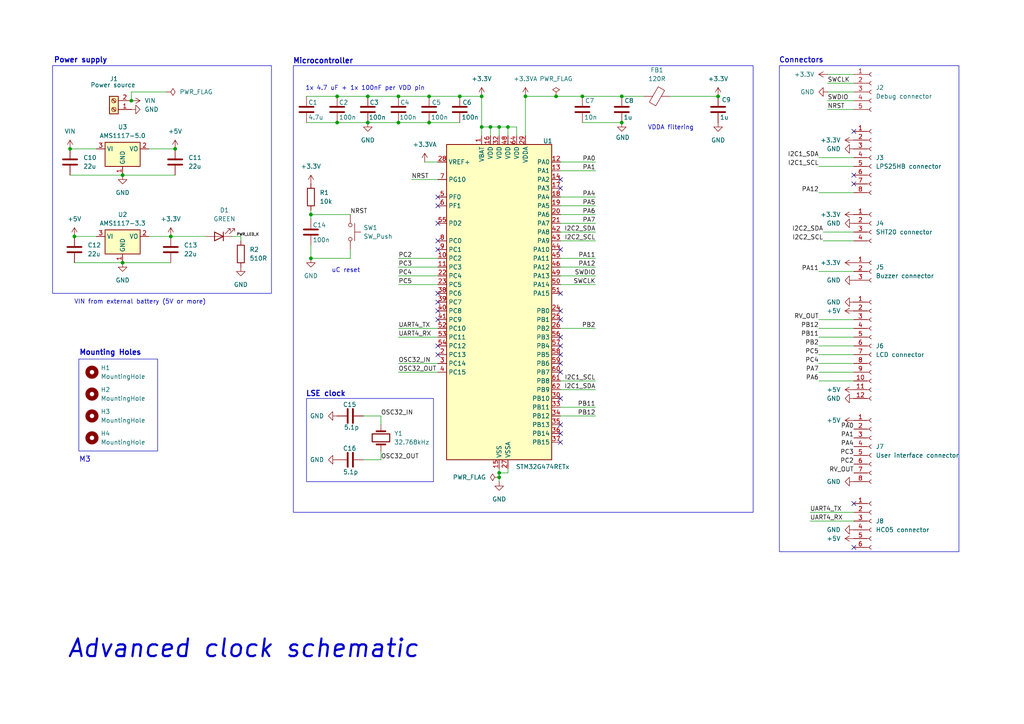
<source format=kicad_sch>
(kicad_sch (version 20231120) (generator "eeschema") (generator_version "8.0")
  (paper "A4")
  (title_block (title "Advanced clock") (date "2025-03-25") (rev "0.0") (company "Krzysztof Wojtowicz"))
  (lib_symbols
    (symbol "Connector:Conn_01x03_Socket" (pin_names (offset 1.016) hide)
      (property "Reference" "J" (at 0 5.08 0))
      (property "Value" "Conn_01x03_Socket" (at 0 -5.08 0))
      (symbol "Conn_01x03_Socket_1_1"
        (pin passive line (at -5.08 2.54 0) (length 3.81) (name "Pin_1") (number "1"))
        (pin passive line (at -5.08 0 0) (length 3.81) (name "Pin_2") (number "2"))
        (pin passive line (at -5.08 -2.54 0) (length 3.81) (name "Pin_3") (number "3"))
      )
    )
    (symbol "Connector:Conn_01x04_Socket" (pin_names (offset 1.016) hide)
      (property "Reference" "J" (at 0 5.08 0))
      (property "Value" "Conn_01x04_Socket" (at 0 -7.62 0))
      (symbol "Conn_01x04_Socket_1_1"
        (pin passive line (at -5.08 2.54 0) (length 3.81) (name "Pin_1") (number "1"))
        (pin passive line (at -5.08 0 0) (length 3.81) (name "Pin_2") (number "2"))
        (pin passive line (at -5.08 -2.54 0) (length 3.81) (name "Pin_3") (number "3"))
        (pin passive line (at -5.08 -5.08 0) (length 3.81) (name "Pin_4") (number "4"))
      )
    )
    (symbol "Connector:Conn_01x05_Socket" (pin_names (offset 1.016) hide)
      (property "Reference" "J" (at 0 7.62 0))
      (property "Value" "Conn_01x05_Socket" (at 0 -7.62 0))
      (symbol "Conn_01x05_Socket_1_1"
        (pin passive line (at -5.08 5.08 0) (length 3.81) (name "Pin_1") (number "1"))
        (pin passive line (at -5.08 2.54 0) (length 3.81) (name "Pin_2") (number "2"))
        (pin passive line (at -5.08 0 0) (length 3.81) (name "Pin_3") (number "3"))
        (pin passive line (at -5.08 -2.54 0) (length 3.81) (name "Pin_4") (number "4"))
        (pin passive line (at -5.08 -5.08 0) (length 3.81) (name "Pin_5") (number "5"))
      )
    )
    (symbol "Connector:Conn_01x06_Socket" (pin_names (offset 1.016) hide)
      (property "Reference" "J" (at 0 7.62 0))
      (property "Value" "Conn_01x06_Socket" (at 0 -10.16 0))
      (symbol "Conn_01x06_Socket_1_1"
        (pin passive line (at -5.08 5.08 0) (length 3.81) (name "Pin_1") (number "1"))
        (pin passive line (at -5.08 2.54 0) (length 3.81) (name "Pin_2") (number "2"))
        (pin passive line (at -5.08 0 0) (length 3.81) (name "Pin_3") (number "3"))
        (pin passive line (at -5.08 -2.54 0) (length 3.81) (name "Pin_4") (number "4"))
        (pin passive line (at -5.08 -5.08 0) (length 3.81) (name "Pin_5") (number "5"))
        (pin passive line (at -5.08 -7.62 0) (length 3.81) (name "Pin_6") (number "6"))
      )
    )
    (symbol "Connector:Conn_01x08_Socket" (pin_names (offset 1.016) hide)
      (property "Reference" "J" (at 0 10.16 0))
      (property "Value" "Conn_01x08_Socket" (at 0 -12.7 0))
      (symbol "Conn_01x08_Socket_1_1"
        (pin passive line (at -5.08 7.62 0) (length 3.81) (name "Pin_1") (number "1"))
        (pin passive line (at -5.08 5.08 0) (length 3.81) (name "Pin_2") (number "2"))
        (pin passive line (at -5.08 2.54 0) (length 3.81) (name "Pin_3") (number "3"))
        (pin passive line (at -5.08 0 0) (length 3.81) (name "Pin_4") (number "4"))
        (pin passive line (at -5.08 -2.54 0) (length 3.81) (name "Pin_5") (number "5"))
        (pin passive line (at -5.08 -5.08 0) (length 3.81) (name "Pin_6") (number "6"))
        (pin passive line (at -5.08 -7.62 0) (length 3.81) (name "Pin_7") (number "7"))
        (pin passive line (at -5.08 -10.16 0) (length 3.81) (name "Pin_8") (number "8"))
      )
    )
    (symbol "Connector:Conn_01x12_Socket" (pin_names (offset 1.016) hide)
      (property "Reference" "J" (at 0 15.24 0))
      (property "Value" "Conn_01x12_Socket" (at 0 -17.78 0))
      (symbol "Conn_01x12_Socket_1_1"
        (pin passive line (at -5.08 12.7 0) (length 3.81) (name "Pin_1") (number "1"))
        (pin passive line (at -5.08 -10.16 0) (length 3.81) (name "Pin_10") (number "10"))
        (pin passive line (at -5.08 -12.7 0) (length 3.81) (name "Pin_11") (number "11"))
        (pin passive line (at -5.08 -15.24 0) (length 3.81) (name "Pin_12") (number "12"))
        (pin passive line (at -5.08 10.16 0) (length 3.81) (name "Pin_2") (number "2"))
        (pin passive line (at -5.08 7.62 0) (length 3.81) (name "Pin_3") (number "3"))
        (pin passive line (at -5.08 5.08 0) (length 3.81) (name "Pin_4") (number "4"))
        (pin passive line (at -5.08 2.54 0) (length 3.81) (name "Pin_5") (number "5"))
        (pin passive line (at -5.08 0 0) (length 3.81) (name "Pin_6") (number "6"))
        (pin passive line (at -5.08 -2.54 0) (length 3.81) (name "Pin_7") (number "7"))
        (pin passive line (at -5.08 -5.08 0) (length 3.81) (name "Pin_8") (number "8"))
        (pin passive line (at -5.08 -7.62 0) (length 3.81) (name "Pin_9") (number "9"))
      )
    )
    (symbol "Connector:Screw_Terminal_01x02" (pin_names (offset 1.016) hide)
      (property "Reference" "J" (at 0 2.54 0))
      (property "Value" "Screw_Terminal_01x02" (at 0 -5.08 0))
      (symbol "Screw_Terminal_01x02_1_1"
        (pin passive line (at -5.08 0 0) (length 3.81) (name "Pin_1") (number "1"))
        (pin passive line (at -5.08 -2.54 0) (length 3.81) (name "Pin_2") (number "2"))
      )
    )
    (symbol "Device:C" (pin_numbers hide) (pin_names (offset 0.254))
      (property "Reference" "C" (at 0.635 2.54 0))
      (property "Value" "C" (at 0.635 -2.54 0))
      (symbol "C_1_1"
        (pin passive line (at 0 3.81 270) (length 2.794) (name "~") (number "1"))
        (pin passive line (at 0 -3.81 90) (length 2.794) (name "~") (number "2"))
      )
    )
    (symbol "Device:Crystal" (pin_numbers hide) (pin_names (offset 1.016) hide)
      (property "Reference" "Y" (at 0 3.81 0))
      (property "Value" "Crystal" (at 0 -3.81 0))
      (symbol "Crystal_1_1"
        (pin passive line (at -3.81 0 0) (length 1.27) (name "1") (number "1"))
        (pin passive line (at 3.81 0 180) (length 1.27) (name "2") (number "2"))
      )
    )
    (symbol "Device:FerriteBead" (pin_numbers hide) (pin_names (offset 0))
      (property "Reference" "FB" (at -3.81 0.635 90))
      (property "Value" "FerriteBead" (at 3.81 0 90))
      (symbol "FerriteBead_1_1"
        (pin passive line (at 0 3.81 270) (length 2.54) (name "~") (number "1"))
        (pin passive line (at 0 -3.81 90) (length 2.54) (name "~") (number "2"))
      )
    )
    (symbol "Device:LED" (pin_numbers hide) (pin_names (offset 1.016) hide)
      (property "Reference" "D" (at 0 2.54 0))
      (property "Value" "LED" (at 0 -2.54 0))
      (symbol "LED_1_1"
        (pin passive line (at -3.81 0 0) (length 2.54) (name "K") (number "1"))
        (pin passive line (at 3.81 0 180) (length 2.54) (name "A") (number "2"))
      )
    )
    (symbol "Device:R" (pin_numbers hide) (pin_names (offset 0))
      (property "Reference" "R" (at 2.032 0 90))
      (property "Value" "R" (at 0 0 90))
      (symbol "R_1_1"
        (pin passive line (at 0 3.81 270) (length 1.27) (name "~") (number "1"))
        (pin passive line (at 0 -3.81 90) (length 1.27) (name "~") (number "2"))
      )
    )
    (symbol "MCU_ST_STM32G4:STM32G474RETx"
      (property "Reference" "U" (at -15.24 46.99 0))
      (property "Value" "STM32G474RETx" (at 10.16 46.99 0))
      (symbol "STM32G474RETx_1_1"
        (pin power_in line (at -5.08 48.26 270) (length 2.54) (name "VBAT") (number "1"))
        (pin bidirectional line (at -17.78 12.7 0) (length 2.54) (name "PC2") (number "10"))
        (pin bidirectional line (at -17.78 10.16 0) (length 2.54) (name "PC3") (number "11"))
        (pin bidirectional line (at 17.78 40.64 180) (length 2.54) (name "PA0") (number "12"))
        (pin bidirectional line (at 17.78 38.1 180) (length 2.54) (name "PA1") (number "13"))
        (pin bidirectional line (at 17.78 35.56 180) (length 2.54) (name "PA2") (number "14"))
        (pin power_in line (at 0 -48.26 90) (length 2.54) (name "VSS") (number "15"))
        (pin power_in line (at -2.54 48.26 270) (length 2.54) (name "VDD") (number "16"))
        (pin bidirectional line (at 17.78 33.02 180) (length 2.54) (name "PA3") (number "17"))
        (pin bidirectional line (at 17.78 30.48 180) (length 2.54) (name "PA4") (number "18"))
        (pin bidirectional line (at 17.78 27.94 180) (length 2.54) (name "PA5") (number "19"))
        (pin bidirectional line (at -17.78 -15.24 0) (length 2.54) (name "PC13") (number "2"))
        (pin bidirectional line (at 17.78 25.4 180) (length 2.54) (name "PA6") (number "20"))
        (pin bidirectional line (at 17.78 22.86 180) (length 2.54) (name "PA7") (number "21"))
        (pin bidirectional line (at -17.78 7.62 0) (length 2.54) (name "PC4") (number "22"))
        (pin bidirectional line (at -17.78 5.08 0) (length 2.54) (name "PC5") (number "23"))
        (pin bidirectional line (at 17.78 -2.54 180) (length 2.54) (name "PB0") (number "24"))
        (pin bidirectional line (at 17.78 -5.08 180) (length 2.54) (name "PB1") (number "25"))
        (pin bidirectional line (at 17.78 -7.62 180) (length 2.54) (name "PB2") (number "26"))
        (pin power_in line (at 2.54 -48.26 90) (length 2.54) (name "VSSA") (number "27"))
        (pin input line (at -17.78 40.64 0) (length 2.54) (name "VREF+") (number "28"))
        (pin power_in line (at 7.62 48.26 270) (length 2.54) (name "VDDA") (number "29"))
        (pin bidirectional line (at -17.78 -17.78 0) (length 2.54) (name "PC14") (number "3"))
        (pin bidirectional line (at 17.78 -27.94 180) (length 2.54) (name "PB10") (number "30"))
        (pin passive line (at 0 -48.26 90) (length 2.54) hide (name "VSS") (number "31"))
        (pin power_in line (at 0 48.26 270) (length 2.54) (name "VDD") (number "32"))
        (pin bidirectional line (at 17.78 -30.48 180) (length 2.54) (name "PB11") (number "33"))
        (pin bidirectional line (at 17.78 -33.02 180) (length 2.54) (name "PB12") (number "34"))
        (pin bidirectional line (at 17.78 -35.56 180) (length 2.54) (name "PB13") (number "35"))
        (pin bidirectional line (at 17.78 -38.1 180) (length 2.54) (name "PB14") (number "36"))
        (pin bidirectional line (at 17.78 -40.64 180) (length 2.54) (name "PB15") (number "37"))
        (pin bidirectional line (at -17.78 2.54 0) (length 2.54) (name "PC6") (number "38"))
        (pin bidirectional line (at -17.78 0 0) (length 2.54) (name "PC7") (number "39"))
        (pin bidirectional line (at -17.78 -20.32 0) (length 2.54) (name "PC15") (number "4"))
        (pin bidirectional line (at -17.78 -2.54 0) (length 2.54) (name "PC8") (number "40"))
        (pin bidirectional line (at -17.78 -5.08 0) (length 2.54) (name "PC9") (number "41"))
        (pin bidirectional line (at 17.78 20.32 180) (length 2.54) (name "PA8") (number "42"))
        (pin bidirectional line (at 17.78 17.78 180) (length 2.54) (name "PA9") (number "43"))
        (pin bidirectional line (at 17.78 15.24 180) (length 2.54) (name "PA10") (number "44"))
        (pin bidirectional line (at 17.78 12.7 180) (length 2.54) (name "PA11") (number "45"))
        (pin bidirectional line (at 17.78 10.16 180) (length 2.54) (name "PA12") (number "46"))
        (pin passive line (at 0 -48.26 90) (length 2.54) hide (name "VSS") (number "47"))
        (pin power_in line (at 2.54 48.26 270) (length 2.54) (name "VDD") (number "48"))
        (pin bidirectional line (at 17.78 7.62 180) (length 2.54) (name "PA13") (number "49"))
        (pin bidirectional line (at -17.78 30.48 0) (length 2.54) (name "PF0") (number "5"))
        (pin bidirectional line (at 17.78 5.08 180) (length 2.54) (name "PA14") (number "50"))
        (pin bidirectional line (at 17.78 2.54 180) (length 2.54) (name "PA15") (number "51"))
        (pin bidirectional line (at -17.78 -7.62 0) (length 2.54) (name "PC10") (number "52"))
        (pin bidirectional line (at -17.78 -10.16 0) (length 2.54) (name "PC11") (number "53"))
        (pin bidirectional line (at -17.78 -12.7 0) (length 2.54) (name "PC12") (number "54"))
        (pin bidirectional line (at -17.78 22.86 0) (length 2.54) (name "PD2") (number "55"))
        (pin bidirectional line (at 17.78 -10.16 180) (length 2.54) (name "PB3") (number "56"))
        (pin bidirectional line (at 17.78 -12.7 180) (length 2.54) (name "PB4") (number "57"))
        (pin bidirectional line (at 17.78 -15.24 180) (length 2.54) (name "PB5") (number "58"))
        (pin bidirectional line (at 17.78 -17.78 180) (length 2.54) (name "PB6") (number "59"))
        (pin bidirectional line (at -17.78 27.94 0) (length 2.54) (name "PF1") (number "6"))
        (pin bidirectional line (at 17.78 -20.32 180) (length 2.54) (name "PB7") (number "60"))
        (pin bidirectional line (at 17.78 -22.86 180) (length 2.54) (name "PB8") (number "61"))
        (pin bidirectional line (at 17.78 -25.4 180) (length 2.54) (name "PB9") (number "62"))
        (pin passive line (at 0 -48.26 90) (length 2.54) hide (name "VSS") (number "63"))
        (pin power_in line (at 5.08 48.26 270) (length 2.54) (name "VDD") (number "64"))
        (pin bidirectional line (at -17.78 35.56 0) (length 2.54) (name "PG10") (number "7"))
        (pin bidirectional line (at -17.78 17.78 0) (length 2.54) (name "PC0") (number "8"))
        (pin bidirectional line (at -17.78 15.24 0) (length 2.54) (name "PC1") (number "9"))
      )
    )
    (symbol "Mechanical:MountingHole" (pin_names (offset 1.016)) (exclude_from_sim yes) (in_bom no)
      (property "Reference" "H" (at 0 5.08 0))
      (property "Value" "MountingHole" (at 0 3.175 0))
    )
    (symbol "Regulator_Linear:AMS1117-3.3"
      (property "Reference" "U" (at -3.81 3.175 0))
      (property "Value" "AMS1117-3.3" (at 0 3.175 0))
      (symbol "AMS1117-3.3_1_1"
        (pin power_in line (at 0 -7.62 90) (length 2.54) (name "GND") (number "1"))
        (pin power_out line (at 7.62 0 180) (length 2.54) (name "VO") (number "2"))
        (pin power_in line (at -7.62 0 0) (length 2.54) (name "VI") (number "3"))
      )
    )
    (symbol "Regulator_Linear:AMS1117-5.0"
      (property "Reference" "U" (at -3.81 3.175 0))
      (property "Value" "AMS1117-5.0" (at 0 3.175 0))
      (symbol "AMS1117-5.0_1_1"
        (pin power_in line (at 0 -7.62 90) (length 2.54) (name "GND") (number "1"))
        (pin power_out line (at 7.62 0 180) (length 2.54) (name "VO") (number "2"))
        (pin power_in line (at -7.62 0 0) (length 2.54) (name "VI") (number "3"))
      )
    )
    (symbol "Switch:SW_Push" (pin_numbers hide) (pin_names (offset 1.016) hide)
      (property "Reference" "SW" (at 1.27 2.54 0))
      (property "Value" "SW_Push" (at 0 -1.524 0))
      (symbol "SW_Push_0_1"
        (pin passive line (at -5.08 0 0) (length 2.54) (name "1") (number "1"))
        (pin passive line (at 5.08 0 180) (length 2.54) (name "2") (number "2"))
      )
    )
    (symbol "power:+3.3V" (power) (pin_numbers hide) (pin_names (offset 0) hide)
      (property "Value" "+3.3V" (at 0 3.556 0))
      (symbol "+3.3V_1_1"
        (pin power_in line (at 0 0 90) (length 0) (name "~") (number "1"))
      )
    )
    (symbol "power:+3.3VA" (power) (pin_numbers hide) (pin_names (offset 0) hide)
      (property "Value" "+3.3VA" (at 0 3.556 0))
      (symbol "+3.3VA_1_1"
        (pin power_in line (at 0 0 90) (length 0) (name "~") (number "1"))
      )
    )
    (symbol "power:+5V" (power) (pin_numbers hide) (pin_names (offset 0) hide)
      (property "Value" "+5V" (at 0 3.556 0))
      (symbol "+5V_1_1"
        (pin power_in line (at 0 0 90) (length 0) (name "~") (number "1"))
      )
    )
    (symbol "power:GND" (power) (pin_numbers hide) (pin_names (offset 0) hide)
      (property "Value" "GND" (at 0 -3.81 0))
      (symbol "GND_1_1"
        (pin power_in line (at 0 0 270) (length 0) (name "~") (number "1"))
      )
    )
    (symbol "power:PWR_FLAG" (power) (pin_numbers hide) (pin_names (offset 0) hide)
      (property "Value" "PWR_FLAG" (at 0 3.81 0))
      (symbol "PWR_FLAG_0_0"
        (pin power_out line (at 0 0 90) (length 0) (name "~") (number "1"))
      )
    )
    (symbol "power:VBUS" (power) (pin_numbers hide) (pin_names (offset 0) hide)
      (property "Value" "VBUS" (at 0 3.556 0))
      (symbol "VBUS_1_1"
        (pin power_in line (at 0 0 90) (length 0) (name "~") (number "1"))
      )
    )
  )
  (junction (at 97.79 35.56))
  (junction (at 50.8 43.18))
  (junction (at 106.68 35.56))
  (junction (at 147.32 36.83))
  (junction (at 133.35 27.94))
  (junction (at 106.68 27.94))
  (junction (at 90.17 74.93))
  (junction (at 124.46 35.56))
  (junction (at 180.34 35.56))
  (junction (at 208.28 27.94))
  (junction (at 168.91 27.94))
  (junction (at 144.78 138.43))
  (junction (at 35.56 76.2))
  (junction (at 142.24 36.83))
  (junction (at 180.34 27.94))
  (junction (at 90.17 62.23))
  (junction (at 115.57 27.94))
  (junction (at 115.57 35.56))
  (junction (at 97.79 27.94))
  (junction (at 139.7 36.83))
  (junction (at 35.56 50.8))
  (junction (at 144.78 36.83))
  (junction (at 139.7 27.94))
  (junction (at 144.78 137.16))
  (junction (at 124.46 27.94))
  (junction (at 49.53 68.58))
  (junction (at 21.59 68.58))
  (junction (at 152.4 27.94))
  (junction (at 161.29 27.94))
  (junction (at 20.32 43.18))
  (junction (at 38.1 29.21))
  (no_connect (at 162.56 107.95))
  (no_connect (at 162.56 123.19))
  (no_connect (at 162.56 52.07))
  (no_connect (at 127 87.63))
  (no_connect (at 162.56 105.41))
  (no_connect (at 162.56 90.17))
  (no_connect (at 162.56 72.39))
  (no_connect (at 127 69.85))
  (no_connect (at 127 59.69))
  (no_connect (at 162.56 54.61))
  (no_connect (at 247.65 158.75))
  (no_connect (at 162.56 115.57))
  (no_connect (at 127 72.39))
  (no_connect (at 127 90.17))
  (no_connect (at 127 64.77))
  (no_connect (at 127 92.71))
  (no_connect (at 162.56 92.71))
  (no_connect (at 162.56 85.09))
  (no_connect (at 162.56 128.27))
  (no_connect (at 247.65 53.34))
  (no_connect (at 247.65 146.05))
  (no_connect (at 127 102.87))
  (no_connect (at 127 57.15))
  (no_connect (at 247.65 38.1))
  (no_connect (at 162.56 97.79))
  (no_connect (at 162.56 102.87))
  (no_connect (at 162.56 125.73))
  (no_connect (at 127 85.09))
  (no_connect (at 162.56 100.33))
  (no_connect (at 127 100.33))
  (no_connect (at 247.65 50.8))
  (wire (pts (xy 162.56 62.23) (xy 172.72 62.23)))
  (wire (pts (xy 110.49 120.65) (xy 110.49 123.19)))
  (wire (pts (xy 162.56 95.25) (xy 172.72 95.25)))
  (wire (pts (xy 237.49 97.79) (xy 247.65 97.79)))
  (wire (pts (xy 101.6 74.93) (xy 90.17 74.93)))
  (wire (pts (xy 106.68 27.94) (xy 115.57 27.94)))
  (wire (pts (xy 237.49 100.33) (xy 247.65 100.33)))
  (wire (pts (xy 115.57 95.25) (xy 127 95.25)))
  (wire (pts (xy 240.03 24.13) (xy 247.65 24.13)))
  (wire (pts (xy 119.38 52.07) (xy 127 52.07)))
  (wire (pts (xy 115.57 97.79) (xy 127 97.79)))
  (wire (pts (xy 240.03 26.67) (xy 247.65 26.67)))
  (wire (pts (xy 162.56 57.15) (xy 172.72 57.15)))
  (wire (pts (xy 101.6 72.39) (xy 101.6 74.93)))
  (wire (pts (xy 124.46 35.56) (xy 133.35 35.56)))
  (wire (pts (xy 237.49 105.41) (xy 247.65 105.41)))
  (wire (pts (xy 97.79 27.94) (xy 106.68 27.94)))
  (wire (pts (xy 115.57 74.93) (xy 127 74.93)))
  (wire (pts (xy 110.49 133.35) (xy 110.49 130.81)))
  (wire (pts (xy 238.76 67.31) (xy 247.65 67.31)))
  (wire (pts (xy 20.32 43.18) (xy 27.94 43.18)))
  (wire (pts (xy 115.57 107.95) (xy 127 107.95)))
  (wire (pts (xy 115.57 80.01) (xy 127 80.01)))
  (wire (pts (xy 43.18 68.58) (xy 49.53 68.58)))
  (wire (pts (xy 35.56 76.2) (xy 49.53 76.2)))
  (wire (pts (xy 162.56 74.93) (xy 172.72 74.93)))
  (wire (pts (xy 180.34 27.94) (xy 186.69 27.94)))
  (wire (pts (xy 152.4 27.94) (xy 152.4 39.37)))
  (wire (pts (xy 162.56 120.65) (xy 172.72 120.65)))
  (wire (pts (xy 237.49 110.49) (xy 247.65 110.49)))
  (wire (pts (xy 21.59 68.58) (xy 27.94 68.58)))
  (wire (pts (xy 115.57 82.55) (xy 127 82.55)))
  (wire (pts (xy 144.78 138.43) (xy 144.78 139.7)))
  (wire (pts (xy 162.56 67.31) (xy 172.72 67.31)))
  (wire (pts (xy 115.57 77.47) (xy 127 77.47)))
  (wire (pts (xy 144.78 137.16) (xy 144.78 138.43)))
  (wire (pts (xy 149.86 39.37) (xy 149.86 36.83)))
  (wire (pts (xy 237.49 55.88) (xy 247.65 55.88)))
  (wire (pts (xy 237.49 45.72) (xy 247.65 45.72)))
  (wire (pts (xy 147.32 36.83) (xy 144.78 36.83)))
  (wire (pts (xy 161.29 27.94) (xy 168.91 27.94)))
  (wire (pts (xy 139.7 27.94) (xy 139.7 36.83)))
  (wire (pts (xy 168.91 27.94) (xy 180.34 27.94)))
  (wire (pts (xy 149.86 36.83) (xy 147.32 36.83)))
  (wire (pts (xy 88.9 35.56) (xy 97.79 35.56)))
  (wire (pts (xy 105.41 120.65) (xy 110.49 120.65)))
  (wire (pts (xy 90.17 62.23) (xy 90.17 60.96)))
  (wire (pts (xy 133.35 27.94) (xy 139.7 27.94)))
  (wire (pts (xy 90.17 62.23) (xy 101.6 62.23)))
  (wire (pts (xy 48.26 26.67) (xy 38.1 26.67)))
  (wire (pts (xy 90.17 63.5) (xy 90.17 62.23)))
  (wire (pts (xy 21.59 76.2) (xy 35.56 76.2)))
  (wire (pts (xy 49.53 68.58) (xy 59.69 68.58)))
  (wire (pts (xy 20.32 50.8) (xy 35.56 50.8)))
  (wire (pts (xy 152.4 27.94) (xy 161.29 27.94)))
  (wire (pts (xy 162.56 80.01) (xy 172.72 80.01)))
  (wire (pts (xy 238.76 69.85) (xy 247.65 69.85)))
  (wire (pts (xy 38.1 26.67) (xy 38.1 29.21)))
  (wire (pts (xy 67.31 68.58) (xy 69.85 68.58)))
  (wire (pts (xy 162.56 118.11) (xy 172.72 118.11)))
  (wire (pts (xy 162.56 49.53) (xy 172.72 49.53)))
  (wire (pts (xy 123.19 46.99) (xy 127 46.99)))
  (wire (pts (xy 139.7 36.83) (xy 142.24 36.83)))
  (wire (pts (xy 240.03 29.21) (xy 247.65 29.21)))
  (wire (pts (xy 139.7 39.37) (xy 139.7 36.83)))
  (wire (pts (xy 237.49 107.95) (xy 247.65 107.95)))
  (wire (pts (xy 162.56 77.47) (xy 172.72 77.47)))
  (wire (pts (xy 162.56 110.49) (xy 172.72 110.49)))
  (wire (pts (xy 234.95 148.59) (xy 247.65 148.59)))
  (wire (pts (xy 43.18 43.18) (xy 50.8 43.18)))
  (wire (pts (xy 115.57 105.41) (xy 127 105.41)))
  (wire (pts (xy 162.56 59.69) (xy 172.72 59.69)))
  (wire (pts (xy 194.31 27.94) (xy 208.28 27.94)))
  (wire (pts (xy 237.49 102.87) (xy 247.65 102.87)))
  (wire (pts (xy 124.46 27.94) (xy 133.35 27.94)))
  (wire (pts (xy 97.79 35.56) (xy 106.68 35.56)))
  (wire (pts (xy 162.56 82.55) (xy 172.72 82.55)))
  (wire (pts (xy 237.49 95.25) (xy 247.65 95.25)))
  (wire (pts (xy 35.56 50.8) (xy 50.8 50.8)))
  (wire (pts (xy 147.32 135.89) (xy 147.32 137.16)))
  (wire (pts (xy 237.49 92.71) (xy 247.65 92.71)))
  (wire (pts (xy 144.78 135.89) (xy 144.78 137.16)))
  (wire (pts (xy 115.57 35.56) (xy 124.46 35.56)))
  (wire (pts (xy 237.49 48.26) (xy 247.65 48.26)))
  (wire (pts (xy 162.56 69.85) (xy 172.72 69.85)))
  (wire (pts (xy 162.56 46.99) (xy 172.72 46.99)))
  (wire (pts (xy 147.32 137.16) (xy 144.78 137.16)))
  (wire (pts (xy 105.41 133.35) (xy 110.49 133.35)))
  (wire (pts (xy 88.9 27.94) (xy 97.79 27.94)))
  (wire (pts (xy 240.03 31.75) (xy 247.65 31.75)))
  (wire (pts (xy 234.95 151.13) (xy 247.65 151.13)))
  (wire (pts (xy 240.03 21.59) (xy 247.65 21.59)))
  (wire (pts (xy 69.85 68.58) (xy 69.85 69.85)))
  (wire (pts (xy 237.49 78.74) (xy 247.65 78.74)))
  (wire (pts (xy 147.32 39.37) (xy 147.32 36.83)))
  (wire (pts (xy 162.56 64.77) (xy 172.72 64.77)))
  (wire (pts (xy 90.17 71.12) (xy 90.17 74.93)))
  (wire (pts (xy 144.78 36.83) (xy 144.78 39.37)))
  (wire (pts (xy 115.57 27.94) (xy 124.46 27.94)))
  (wire (pts (xy 168.91 35.56) (xy 180.34 35.56)))
  (wire (pts (xy 162.56 113.03) (xy 172.72 113.03)))
  (wire (pts (xy 142.24 39.37) (xy 142.24 36.83)))
  (wire (pts (xy 142.24 36.83) (xy 144.78 36.83)))
  (wire (pts (xy 106.68 35.56) (xy 115.57 35.56)))
  (rectangle (start 22.86 104.14) (end 45.72 130.81))
  (rectangle (start 226.06 19.05) (end 278.13 160.02))
  (rectangle (start 15.24 19.05) (end 78.74 85.09))
  (rectangle (start 85.09 19.05) (end 218.44 148.59))
  (rectangle (start 88.9 115.57) (end 125.73 139.7))
  (text "1x 4.7 uF + 1x 100nF per VDD pin" (at 105.918 25.654 0) (effects (font (size 1.27 1.27) (thickness 0.1588))))
  (text "M3" (at 24.638 133.35 0) (effects (font (size 1.524 1.524) (thickness 0.1905))))
  (text "Mounting Holes" (at 32.004 102.362 0) (effects (font (size 1.524 1.524) (thickness 0.3048) (bold yes))))
  (text "uC reset\n" (at 100.33 78.486 0) (effects (font (size 1.27 1.27) (thickness 0.1588))))
  (text "Power supply" (at 23.368 17.526 0) (effects (font (size 1.524 1.524) (thickness 0.3048) (bold yes))))
  (text "VDDA filtering" (at 194.564 37.084 0) (effects (font (size 1.27 1.27) (thickness 0.1588))))
  (text "VIN from external battery (5V or more)" (at 40.64 87.63 0) (effects (font (size 1.27 1.27) (thickness 0.1588))))
  (text "LSE clock" (at 94.488 114.3 0) (effects (font (size 1.524 1.524) (thickness 0.3048) (bold yes))))
  (text "Connectors" (at 232.41 17.526 0) (effects (font (size 1.524 1.524) (thickness 0.254) (bold yes))))
  (text "Microcontroller" (at 93.726 17.78 0) (effects (font (size 1.524 1.524) (thickness 0.3048) (bold yes))))
  (text "Advanced clock schematic" (at 70.612 188.214 0) (effects (font (size 5.08 5.08) (thickness 0.635) (italic yes))))
  (label "PA12" (at 237.49 55.88 180))
  (label "PA7" (at 172.72 64.77 180))
  (label "UART4_TX" (at 115.57 95.25 0))
  (label "PB2" (at 172.72 95.25 180))
  (label "PC2" (at 115.57 74.93 0))
  (label "UART4_RX" (at 115.57 97.79 0))
  (label "I2C2_SDA" (at 238.76 67.31 180))
  (label "I2C2_SDA" (at 172.72 67.31 180))
  (label "SWCLK" (at 240.03 24.13 0))
  (label "I2C2_SCL" (at 238.76 69.85 180))
  (label "PC5" (at 237.49 102.87 180))
  (label "SWCLK" (at 172.72 82.55 180))
  (label "PA0" (at 247.65 124.46 180))
  (label "PB11" (at 237.49 97.79 180))
  (label "PA1" (at 172.72 49.53 180))
  (label "PB12" (at 172.72 120.65 180))
  (label "PC3" (at 247.65 132.08 180))
  (label "UART4_TX" (at 234.95 148.59 0))
  (label "PC3" (at 115.57 77.47 0))
  (label "OSC32_OUT" (at 115.57 107.95 0))
  (label "PA11" (at 172.72 74.93 180))
  (label "I2C2_SCL" (at 172.72 69.85 180))
  (label "PC4" (at 237.49 105.41 180))
  (label "PC4" (at 115.57 80.01 0))
  (label "OSC32_OUT" (at 110.49 133.35 0))
  (label "PA4" (at 172.72 57.15 180))
  (label "PC5" (at 115.57 82.55 0))
  (label "NRST" (at 240.03 31.75 0))
  (label "I2C1_SCL" (at 237.49 48.26 180))
  (label "PC2" (at 247.65 134.62 180))
  (label "PA6" (at 172.72 62.23 180))
  (label "RV_OUT" (at 237.49 92.71 180))
  (label "RV_OUT" (at 247.65 137.16 180))
  (label "PA11" (at 237.49 78.74 180))
  (label "PB2" (at 237.49 100.33 180))
  (label "I2C1_SDA" (at 172.72 113.03 180))
  (label "PA6" (at 237.49 110.49 180))
  (label "PA12" (at 172.72 77.47 180))
  (label "PA7" (at 237.49 107.95 180))
  (label "I2C1_SDA" (at 237.49 45.72 180))
  (label "NRST" (at 119.38 52.07 0))
  (label "PA4" (at 247.65 129.54 180))
  (label "SWDIO" (at 240.03 29.21 0))
  (label "SWDIO" (at 172.72 80.01 180))
  (label "PA5" (at 172.72 59.69 180))
  (label "UART4_RX" (at 234.95 151.13 0))
  (label "PA1" (at 247.65 127 180))
  (label "NRST" (at 101.6 62.23 0))
  (label "PB11" (at 172.72 118.11 180))
  (label "PB12" (at 237.49 95.25 180))
  (label "I2C1_SCL" (at 172.72 110.49 180))
  (label "OSC32_IN" (at 115.57 105.41 0))
  (label "OSC32_IN" (at 110.49 120.65 0))
  (label "PA0" (at 172.72 46.99 180))
  (label "PWR_LED_K" (at 68.58 68.58 0) (effects (font (size 0.762 0.762))))
  (symbol (lib_id "Mechanical:MountingHole") (at 26.67 120.65 0) (unit 1) (exclude_from_sim yes) (in_bom no)
    (property "Reference" "H3" (at 29.21 119.3799 0) (effects (justify left)))
    (property "Value" "MountingHole" (at 29.21 121.9199 0) (effects (justify left)))
    (property "Footprint" "MountingHole:MountingHole_3.2mm_M3" (effects (hide yes)))
    (property "Description" "Mounting Hole without connection" (effects (hide yes)))
  )
  (symbol (lib_id "Device:R") (at 69.85 73.66 0) (unit 1)
    (property "Reference" "R2" (at 72.39 72.3899 0) (effects (justify left)))
    (property "Value" "510R" (at 72.39 74.9299 0) (effects (justify left)))
    (property "Footprint" "Resistor_SMD:R_0402_1005Metric" (effects (hide yes)))
    (property "Description" "Resistor" (effects (hide yes)))
  )
  (symbol (lib_id "power:GND") (at 247.65 87.63 270) (unit 1)
    (property "Reference" "#PWR030" (effects (hide yes)))
    (property "Value" "GND" (at 243.84 87.6299 90) (effects (justify right)))
    (property "Description" "Power symbol creates a global label with name \"GND\" , ground" (effects (hide yes)))
  )
  (symbol (lib_id "power:GND") (at 97.79 120.65 270) (unit 1)
    (property "Reference" "#PWR038" (effects (hide yes)))
    (property "Value" "GND" (at 93.98 120.6499 90) (effects (justify right)))
    (property "Description" "Power symbol creates a global label with name \"GND\" , ground" (effects (hide yes)))
  )
  (symbol (lib_id "power:+3.3V") (at 90.17 53.34 0) (unit 1)
    (property "Reference" "#PWR04" (effects (hide yes)))
    (property "Value" "+3.3V" (at 90.17 48.26 0))
    (property "Description" "Power symbol creates a global label with name \"+3.3V\"" (effects (hide yes)))
  )
  (symbol (lib_id "Device:C") (at 50.8 46.99 0) (unit 1)
    (property "Reference" "C11" (at 54.61 45.7199 0) (effects (justify left)))
    (property "Value" "22u" (at 54.61 48.2599 0) (effects (justify left)))
    (property "Footprint" "Capacitor_SMD:C_0805_2012Metric" (effects (hide yes)))
    (property "Description" "Unpolarized capacitor" (effects (hide yes)))
  )
  (symbol (lib_id "power:PWR_FLAG") (at 48.26 26.67 270) (unit 1)
    (property "Reference" "#FLG03" (effects (hide yes)))
    (property "Value" "PWR_FLAG" (at 52.07 26.6699 90) (effects (justify left)))
    (property "Description" "Special symbol for telling ERC where power comes from" (effects (hide yes)))
  )
  (symbol (lib_id "Connector:Conn_01x08_Socket") (at 252.73 129.54 0) (unit 1)
    (property "Reference" "J7" (at 254 129.5399 0) (effects (justify left)))
    (property "Value" "User interface connector" (at 254 132.0799 0) (effects (justify left)))
    (property "Footprint" "Connector_PinSocket_2.54mm:PinSocket_1x08_P2.54mm_Vertical" (effects (hide yes)))
    (property "Description" "Generic connector, single row, 01x08, script generated" (effects (hide yes)))
  )
  (symbol (lib_id "Device:C") (at 101.6 120.65 90) (unit 1)
    (property "Reference" "C15" (at 103.378 117.348 90) (effects (justify left)))
    (property "Value" "5.1p" (at 104.14 123.952 90) (effects (justify left)))
    (property "Footprint" "Capacitor_SMD:C_0402_1005Metric" (effects (hide yes)))
    (property "Description" "Unpolarized capacitor" (effects (hide yes)))
  )
  (symbol (lib_id "power:GND") (at 38.1 31.75 90) (unit 1)
    (property "Reference" "#PWR019" (effects (hide yes)))
    (property "Value" "GND" (at 41.91 31.7499 90) (effects (justify right)))
    (property "Description" "Power symbol creates a global label with name \"GND\" , ground" (effects (hide yes)))
  )
  (symbol (lib_id "power:+5V") (at 50.8 43.18 0) (unit 1)
    (property "Reference" "#PWR028" (effects (hide yes)))
    (property "Value" "+5V" (at 50.8 38.1 0))
    (property "Description" "Power symbol creates a global label with name \"+5V\"" (effects (hide yes)))
  )
  (symbol (lib_id "power:PWR_FLAG") (at 144.78 138.43 90) (unit 1)
    (property "Reference" "#FLG02" (effects (hide yes)))
    (property "Value" "PWR_FLAG" (at 140.97 138.4299 90) (effects (justify left)))
    (property "Description" "Special symbol for telling ERC where power comes from" (effects (hide yes)))
  )
  (symbol (lib_id "Mechanical:MountingHole") (at 26.67 127 0) (unit 1) (exclude_from_sim yes) (in_bom no)
    (property "Reference" "H4" (at 29.21 125.7299 0) (effects (justify left)))
    (property "Value" "MountingHole" (at 29.21 128.2699 0) (effects (justify left)))
    (property "Footprint" "MountingHole:MountingHole_3.2mm_M3" (effects (hide yes)))
    (property "Description" "Mounting Hole without connection" (effects (hide yes)))
  )
  (symbol (lib_id "power:GND") (at 180.34 35.56 0) (unit 1)
    (property "Reference" "#PWR09" (effects (hide yes)))
    (property "Value" "GND" (at 180.594 39.878 0))
    (property "Description" "Power symbol creates a global label with name \"GND\" , ground" (effects (hide yes)))
  )
  (symbol (lib_id "Device:C") (at 97.79 31.75 0) (unit 1)
    (property "Reference" "C2" (at 98.298 29.718 0) (effects (justify left)))
    (property "Value" "100n" (at 98.298 34.036 0) (effects (justify left)))
    (property "Footprint" "Capacitor_SMD:C_0402_1005Metric" (effects (hide yes)))
    (property "Description" "Unpolarized capacitor" (effects (hide yes)))
  )
  (symbol (lib_id "Switch:SW_Push") (at 101.6 67.31 270) (unit 1)
    (property "Reference" "SW1" (at 105.41 66.0399 90) (effects (justify left)))
    (property "Value" "SW_Push" (at 105.41 68.5799 90) (effects (justify left)))
    (property "Footprint" "Button_Switch_THT:SW_PUSH_6mm_H7.3mm" (effects (hide yes)))
    (property "Description" "Push button switch, generic, two pins" (effects (hide yes)))
  )
  (symbol (lib_id "power:GND") (at 240.03 26.67 270) (unit 1)
    (property "Reference" "#PWR014" (effects (hide yes)))
    (property "Value" "GND" (at 236.22 26.6699 90) (effects (justify right)))
    (property "Description" "Power symbol creates a global label with name \"GND\" , ground" (effects (hide yes)))
  )
  (symbol (lib_id "Device:C") (at 133.35 31.75 0) (unit 1)
    (property "Reference" "C6" (at 134.112 29.718 0) (effects (justify left)))
    (property "Value" "100n" (at 133.858 34.036 0) (effects (justify left)))
    (property "Footprint" "Capacitor_SMD:C_0402_1005Metric" (effects (hide yes)))
    (property "Description" "Unpolarized capacitor" (effects (hide yes)))
  )
  (symbol (lib_id "Device:C") (at 101.6 133.35 90) (unit 1)
    (property "Reference" "C16" (at 103.378 130.048 90) (effects (justify left)))
    (property "Value" "5.1p" (at 103.886 136.906 90) (effects (justify left)))
    (property "Footprint" "Capacitor_SMD:C_0402_1005Metric" (effects (hide yes)))
    (property "Description" "Unpolarized capacitor" (effects (hide yes)))
  )
  (symbol (lib_id "power:GND") (at 97.79 133.35 270) (unit 1)
    (property "Reference" "#PWR039" (effects (hide yes)))
    (property "Value" "GND" (at 93.98 133.3499 90) (effects (justify right)))
    (property "Description" "Power symbol creates a global label with name \"GND\" , ground" (effects (hide yes)))
  )
  (symbol (lib_id "power:GND") (at 247.65 153.67 270) (unit 1)
    (property "Reference" "#PWR036" (effects (hide yes)))
    (property "Value" "GND" (at 243.84 153.6699 90) (effects (justify right)))
    (property "Description" "Power symbol creates a global label with name \"GND\" , ground" (effects (hide yes)))
  )
  (symbol (lib_id "power:+3.3V") (at 247.65 40.64 90) (unit 1)
    (property "Reference" "#PWR021" (effects (hide yes)))
    (property "Value" "+3.3V" (at 243.84 40.6399 90) (effects (justify left)))
    (property "Description" "Power symbol creates a global label with name \"+3.3V\"" (effects (hide yes)))
  )
  (symbol (lib_id "Mechanical:MountingHole") (at 26.67 107.95 0) (unit 1) (exclude_from_sim yes) (in_bom no)
    (property "Reference" "H1" (at 29.21 106.6799 0) (effects (justify left)))
    (property "Value" "MountingHole" (at 29.21 109.2199 0) (effects (justify left)))
    (property "Footprint" "MountingHole:MountingHole_3.2mm_M3" (effects (hide yes)))
    (property "Description" "Mounting Hole without connection" (effects (hide yes)))
  )
  (symbol (lib_id "Device:C") (at 88.9 31.75 0) (unit 1)
    (property "Reference" "C1" (at 89.408 29.718 0) (effects (justify left)))
    (property "Value" "4.7u" (at 89.408 34.036 0) (effects (justify left)))
    (property "Footprint" "Capacitor_SMD:C_0504_1310Metric" (effects (hide yes)))
    (property "Description" "Unpolarized capacitor" (effects (hide yes)))
  )
  (symbol (lib_id "MCU_ST_STM32G4:STM32G474RETx") (at 144.78 87.63 0) (unit 1)
    (property "Reference" "U1" (at 157.48 40.894 0) (effects (justify left)))
    (property "Value" "STM32G474RETx" (at 149.606 135.382 0) (effects (justify left)))
    (property "Footprint" "Package_QFP:LQFP-64_10x10mm_P0.5mm" (effects (hide yes)))
    (property "Datasheet" "https://www.st.com/resource/en/datasheet/stm32g474re.pdf" (effects (hide yes)))
    (property "Description" "STMicroelectronics Arm Cortex-M4 MCU, 512KB flash, 128KB RAM, 170 MHz, 1.71-3.6V, 52 GPIO, LQFP64" (effects (hide yes)))
  )
  (symbol (lib_id "Device:C") (at 21.59 72.39 0) (unit 1)
    (property "Reference" "C12" (at 25.4 71.1199 0) (effects (justify left)))
    (property "Value" "22u" (at 25.4 73.6599 0) (effects (justify left)))
    (property "Footprint" "Capacitor_SMD:C_0805_2012Metric" (effects (hide yes)))
    (property "Description" "Unpolarized capacitor" (effects (hide yes)))
  )
  (symbol (lib_id "Mechanical:MountingHole") (at 26.67 114.3 0) (unit 1) (exclude_from_sim yes) (in_bom no)
    (property "Reference" "H2" (at 29.21 113.0299 0) (effects (justify left)))
    (property "Value" "MountingHole" (at 29.21 115.5699 0) (effects (justify left)))
    (property "Footprint" "MountingHole:MountingHole_3.2mm_M3" (effects (hide yes)))
    (property "Description" "Mounting Hole without connection" (effects (hide yes)))
  )
  (symbol (lib_id "Connector:Screw_Terminal_01x02") (at 33.02 31.75 180) (unit 1)
    (property "Reference" "J1" (at 33.02 22.86 0))
    (property "Value" "Power source" (at 32.766 24.638 0))
    (property "Footprint" "TerminalBlock_Phoenix:TerminalBlock_Phoenix_MKDS-1,5-2-5.08_1x02_P5.08mm_Horizontal" (effects (hide yes)))
    (property "Description" "Generic screw terminal, single row, 01x02, script generated (kicad-library-utils/schlib/autogen/connector/)" (effects (hide yes)))
  )
  (symbol (lib_id "power:+5V") (at 21.59 68.58 0) (unit 1)
    (property "Reference" "#PWR017" (effects (hide yes)))
    (property "Value" "+5V" (at 21.59 63.5 0))
    (property "Description" "Power symbol creates a global label with name \"+5V\"" (effects (hide yes)))
  )
  (symbol (lib_id "power:VBUS") (at 20.32 43.18 0) (unit 1)
    (property "Reference" "#PWR027" (effects (hide yes)))
    (property "Value" "VIN" (at 20.32 38.1 0))
    (property "Description" "Power symbol creates a global label with name \"VBUS\"" (effects (hide yes)))
  )
  (symbol (lib_id "Regulator_Linear:AMS1117-5.0") (at 35.56 43.18 0) (unit 1)
    (property "Reference" "U3" (at 35.56 36.83 0))
    (property "Value" "AMS1117-5.0" (at 35.56 39.37 0))
    (property "Footprint" "Package_TO_SOT_SMD:SOT-223-3_TabPin2" (effects (hide yes)))
    (property "Datasheet" "http://www.advanced-monolithic.com/pdf/ds1117.pdf" (effects (hide yes)))
    (property "Description" "1A Low Dropout regulator, positive, 5.0V fixed output, SOT-223" (effects (hide yes)))
  )
  (symbol (lib_id "power:GND") (at 208.28 35.56 0) (unit 1)
    (property "Reference" "#PWR010" (effects (hide yes)))
    (property "Value" "GND" (at 208.28 40.64 0))
    (property "Description" "Power symbol creates a global label with name \"GND\" , ground" (effects (hide yes)))
  )
  (symbol (lib_id "Connector:Conn_01x05_Socket") (at 252.73 26.67 0) (unit 1)
    (property "Reference" "J2" (at 254 25.3999 0) (effects (justify left)))
    (property "Value" "Debug connector" (at 254 27.9399 0) (effects (justify left)))
    (property "Footprint" "Connector_PinSocket_2.54mm:PinSocket_1x05_P2.54mm_Vertical" (effects (hide yes)))
    (property "Description" "Generic connector, single row, 01x05, script generated" (effects (hide yes)))
  )
  (symbol (lib_id "power:+3.3V") (at 247.65 62.23 90) (unit 1)
    (property "Reference" "#PWR023" (effects (hide yes)))
    (property "Value" "+3.3V" (at 243.84 62.2299 90) (effects (justify left)))
    (property "Description" "Power symbol creates a global label with name \"+3.3V\"" (effects (hide yes)))
  )
  (symbol (lib_id "power:+3.3V") (at 49.53 68.58 0) (unit 1)
    (property "Reference" "#PWR016" (effects (hide yes)))
    (property "Value" "+3.3V" (at 49.53 63.5 0))
    (property "Description" "Power symbol creates a global label with name \"+3.3V\"" (effects (hide yes)))
  )
  (symbol (lib_id "Device:C") (at 90.17 67.31 0) (unit 1)
    (property "Reference" "C14" (at 90.678 65.278 0) (effects (justify left)))
    (property "Value" "100n" (at 90.678 69.596 0) (effects (justify left)))
    (property "Footprint" "Capacitor_SMD:C_0402_1005Metric" (effects (hide yes)))
    (property "Description" "Unpolarized capacitor" (effects (hide yes)))
  )
  (symbol (lib_id "Regulator_Linear:AMS1117-3.3") (at 35.56 68.58 0) (unit 1)
    (property "Reference" "U2" (at 35.56 62.23 0))
    (property "Value" "AMS1117-3.3" (at 35.56 64.77 0))
    (property "Footprint" "Package_TO_SOT_SMD:SOT-223-3_TabPin2" (effects (hide yes)))
    (property "Datasheet" "http://www.advanced-monolithic.com/pdf/ds1117.pdf" (effects (hide yes)))
    (property "Description" "1A Low Dropout regulator, positive, 3.3V fixed output, SOT-223" (effects (hide yes)))
  )
  (symbol (lib_id "Device:C") (at 168.91 31.75 0) (unit 1)
    (property "Reference" "C7" (at 169.672 29.21 0) (effects (justify left)))
    (property "Value" "10n" (at 169.418 34.036 0) (effects (justify left)))
    (property "Footprint" "Capacitor_SMD:C_0402_1005Metric" (effects (hide yes)))
    (property "Description" "Unpolarized capacitor" (effects (hide yes)))
  )
  (symbol (lib_id "Device:C") (at 124.46 31.75 0) (unit 1)
    (property "Reference" "C5" (at 125.222 29.718 0) (effects (justify left)))
    (property "Value" "100n" (at 124.968 34.036 0) (effects (justify left)))
    (property "Footprint" "Capacitor_SMD:C_0402_1005Metric" (effects (hide yes)))
    (property "Description" "Unpolarized capacitor" (effects (hide yes)))
  )
  (symbol (lib_id "power:GND") (at 35.56 76.2 0) (unit 1)
    (property "Reference" "#PWR015" (effects (hide yes)))
    (property "Value" "GND" (at 35.56 81.28 0))
    (property "Description" "Power symbol creates a global label with name \"GND\" , ground" (effects (hide yes)))
  )
  (symbol (lib_id "Device:FerriteBead") (at 190.5 27.94 270) (unit 1)
    (property "Reference" "FB1" (at 190.5508 20.32 90))
    (property "Value" "120R" (at 190.5508 22.86 90))
    (property "Footprint" "Inductor_SMD:L_0603_1608Metric" (effects (hide yes)))
    (property "Description" "Ferrite bead" (effects (hide yes)))
  )
  (symbol (lib_id "power:+5V") (at 247.65 90.17 90) (unit 1)
    (property "Reference" "#PWR031" (effects (hide yes)))
    (property "Value" "+5V" (at 243.84 90.1699 90) (effects (justify left)))
    (property "Description" "Power symbol creates a global label with name \"+5V\"" (effects (hide yes)))
  )
  (symbol (lib_id "power:GND") (at 90.17 74.93 0) (unit 1)
    (property "Reference" "#PWR05" (effects (hide yes)))
    (property "Value" "GND" (at 90.17 80.01 0))
    (property "Description" "Power symbol creates a global label with name \"GND\" , ground" (effects (hide yes)))
  )
  (symbol (lib_id "power:GND") (at 247.65 139.7 270) (unit 1)
    (property "Reference" "#PWR033" (effects (hide yes)))
    (property "Value" "GND" (at 243.84 139.6999 90) (effects (justify right)))
    (property "Description" "Power symbol creates a global label with name \"GND\" , ground" (effects (hide yes)))
  )
  (symbol (lib_id "power:GND") (at 247.65 64.77 270) (unit 1)
    (property "Reference" "#PWR024" (effects (hide yes)))
    (property "Value" "GND" (at 243.84 64.7699 90) (effects (justify right)))
    (property "Description" "Power symbol creates a global label with name \"GND\" , ground" (effects (hide yes)))
  )
  (symbol (lib_id "power:PWR_FLAG") (at 161.29 27.94 0) (unit 1)
    (property "Reference" "#FLG01" (effects (hide yes)))
    (property "Value" "PWR_FLAG" (at 161.29 22.86 0))
    (property "Description" "Special symbol for telling ERC where power comes from" (effects (hide yes)))
  )
  (symbol (lib_id "power:+3.3V") (at 208.28 27.94 0) (unit 1)
    (property "Reference" "#PWR011" (effects (hide yes)))
    (property "Value" "+3.3V" (at 208.28 22.86 0))
    (property "Description" "Power symbol creates a global label with name \"+3.3V\"" (effects (hide yes)))
  )
  (symbol (lib_id "Connector:Conn_01x03_Socket") (at 252.73 78.74 0) (unit 1)
    (property "Reference" "J5" (at 254 77.4699 0) (effects (justify left)))
    (property "Value" "Buzzer connector" (at 254 80.0099 0) (effects (justify left)))
    (property "Footprint" "Connector_PinSocket_2.54mm:PinSocket_1x03_P2.54mm_Vertical" (effects (hide yes)))
    (property "Description" "Generic connector, single row, 01x03, script generated" (effects (hide yes)))
  )
  (symbol (lib_id "Device:C") (at 20.32 46.99 0) (unit 1)
    (property "Reference" "C10" (at 24.13 45.7199 0) (effects (justify left)))
    (property "Value" "22u" (at 24.13 48.2599 0) (effects (justify left)))
    (property "Footprint" "Capacitor_SMD:C_0805_2012Metric" (effects (hide yes)))
    (property "Description" "Unpolarized capacitor" (effects (hide yes)))
  )
  (symbol (lib_id "power:GND") (at 144.78 139.7 0) (unit 1)
    (property "Reference" "#PWR01" (effects (hide yes)))
    (property "Value" "GND" (at 144.78 144.78 0))
    (property "Description" "Power symbol creates a global label with name \"GND\" , ground" (effects (hide yes)))
  )
  (symbol (lib_id "power:+3.3V") (at 247.65 76.2 90) (unit 1)
    (property "Reference" "#PWR025" (effects (hide yes)))
    (property "Value" "+3.3V" (at 243.84 76.1999 90) (effects (justify left)))
    (property "Description" "Power symbol creates a global label with name \"+3.3V\"" (effects (hide yes)))
  )
  (symbol (lib_id "power:GND") (at 106.68 35.56 0) (unit 1)
    (property "Reference" "#PWR02" (effects (hide yes)))
    (property "Value" "GND" (at 106.68 40.64 0))
    (property "Description" "Power symbol creates a global label with name \"GND\" , ground" (effects (hide yes)))
  )
  (symbol (lib_id "Device:Crystal") (at 110.49 127 90) (unit 1)
    (property "Reference" "Y1" (at 114.3 125.7299 90) (effects (justify right)))
    (property "Value" "32.768kHz" (at 114.3 128.2699 90) (effects (justify right)))
    (property "Footprint" "Crystal:Crystal_SMD_2012-2Pin_2.0x1.2mm" (effects (hide yes)))
    (property "Description" "Two pin crystal" (effects (hide yes)))
  )
  (symbol (lib_id "power:+5V") (at 247.65 113.03 90) (unit 1)
    (property "Reference" "#PWR034" (effects (hide yes)))
    (property "Value" "+5V" (at 243.84 113.0299 90) (effects (justify left)))
    (property "Description" "Power symbol creates a global label with name \"+5V\"" (effects (hide yes)))
  )
  (symbol (lib_id "power:+3.3V") (at 240.03 21.59 90) (unit 1)
    (property "Reference" "#PWR013" (effects (hide yes)))
    (property "Value" "+3.3V" (at 236.22 21.5899 90) (effects (justify left)))
    (property "Description" "Power symbol creates a global label with name \"+3.3V\"" (effects (hide yes)))
  )
  (symbol (lib_id "power:GND") (at 69.85 77.47 0) (unit 1)
    (property "Reference" "#PWR020" (effects (hide yes)))
    (property "Value" "GND" (at 69.85 82.55 0))
    (property "Description" "Power symbol creates a global label with name \"GND\" , ground" (effects (hide yes)))
  )
  (symbol (lib_id "power:+5V") (at 247.65 156.21 90) (unit 1)
    (property "Reference" "#PWR037" (effects (hide yes)))
    (property "Value" "+5V" (at 243.84 156.2099 90) (effects (justify left)))
    (property "Description" "Power symbol creates a global label with name \"+5V\"" (effects (hide yes)))
  )
  (symbol (lib_id "Connector:Conn_01x04_Socket") (at 252.73 64.77 0) (unit 1)
    (property "Reference" "J4" (at 254 64.7699 0) (effects (justify left)))
    (property "Value" "SHT20 connector" (at 254 67.3099 0) (effects (justify left)))
    (property "Footprint" "Connector_PinSocket_2.54mm:PinSocket_1x04_P2.54mm_Vertical" (effects (hide yes)))
    (property "Description" "Generic connector, single row, 01x04, script generated" (effects (hide yes)))
  )
  (symbol (lib_id "power:+3.3VA") (at 152.4 27.94 0) (unit 1)
    (property "Reference" "#PWR08" (effects (hide yes)))
    (property "Value" "+3.3VA" (at 152.4 22.86 0))
    (property "Description" "Power symbol creates a global label with name \"+3.3VA\"" (effects (hide yes)))
  )
  (symbol (lib_id "power:GND") (at 247.65 81.28 270) (unit 1)
    (property "Reference" "#PWR026" (effects (hide yes)))
    (property "Value" "GND" (at 243.84 81.2799 90) (effects (justify right)))
    (property "Description" "Power symbol creates a global label with name \"GND\" , ground" (effects (hide yes)))
  )
  (symbol (lib_id "power:+3.3VA") (at 123.19 46.99 0) (unit 1)
    (property "Reference" "#PWR012" (effects (hide yes)))
    (property "Value" "+3.3VA" (at 123.19 41.91 0))
    (property "Description" "Power symbol creates a global label with name \"+3.3VA\"" (effects (hide yes)))
  )
  (symbol (lib_id "Device:C") (at 49.53 72.39 0) (unit 1)
    (property "Reference" "C13" (at 53.34 71.1199 0) (effects (justify left)))
    (property "Value" "22u" (at 53.34 73.6599 0) (effects (justify left)))
    (property "Footprint" "Capacitor_SMD:C_0805_2012Metric" (effects (hide yes)))
    (property "Description" "Unpolarized capacitor" (effects (hide yes)))
  )
  (symbol (lib_id "Device:R") (at 90.17 57.15 0) (unit 1)
    (property "Reference" "R1" (at 92.71 55.8799 0) (effects (justify left)))
    (property "Value" "10k" (at 92.71 58.4199 0) (effects (justify left)))
    (property "Footprint" "Resistor_SMD:R_0402_1005Metric" (effects (hide yes)))
    (property "Description" "Resistor" (effects (hide yes)))
  )
  (symbol (lib_id "power:GND") (at 35.56 50.8 0) (unit 1)
    (property "Reference" "#PWR029" (effects (hide yes)))
    (property "Value" "GND" (at 35.56 55.88 0))
    (property "Description" "Power symbol creates a global label with name \"GND\" , ground" (effects (hide yes)))
  )
  (symbol (lib_id "Device:C") (at 208.28 31.75 0) (unit 1)
    (property "Reference" "C9" (at 209.296 28.956 0) (effects (justify left)))
    (property "Value" "1u" (at 208.788 34.036 0) (effects (justify left)))
    (property "Footprint" "Capacitor_SMD:C_0402_1005Metric" (effects (hide yes)))
    (property "Description" "Unpolarized capacitor" (effects (hide yes)))
  )
  (symbol (lib_id "power:GND") (at 247.65 43.18 270) (unit 1)
    (property "Reference" "#PWR022" (effects (hide yes)))
    (property "Value" "GND" (at 243.84 43.1799 90) (effects (justify right)))
    (property "Description" "Power symbol creates a global label with name \"GND\" , ground" (effects (hide yes)))
  )
  (symbol (lib_id "Connector:Conn_01x08_Socket") (at 252.73 45.72 0) (unit 1)
    (property "Reference" "J3" (at 254 45.7199 0) (effects (justify left)))
    (property "Value" "LPS25HB connector" (at 254 48.2599 0) (effects (justify left)))
    (property "Footprint" "Connector_PinSocket_2.54mm:PinSocket_1x08_P2.54mm_Vertical" (effects (hide yes)))
    (property "Description" "Generic connector, single row, 01x08, script generated" (effects (hide yes)))
  )
  (symbol (lib_id "Device:LED") (at 63.5 68.58 180) (unit 1)
    (property "Reference" "D1" (at 65.0875 60.96 0))
    (property "Value" "GREEN" (at 65.0875 63.5 0))
    (property "Footprint" "LED_SMD:LED_0402_1005Metric" (effects (hide yes)))
    (property "Description" "Light emitting diode" (effects (hide yes)))
  )
  (symbol (lib_id "power:VBUS") (at 38.1 29.21 270) (unit 1)
    (property "Reference" "#PWR018" (effects (hide yes)))
    (property "Value" "VIN" (at 41.91 29.2099 90) (effects (justify left)))
    (property "Description" "Power symbol creates a global label with name \"VBUS\"" (effects (hide yes)))
  )
  (symbol (lib_id "Connector:Conn_01x12_Socket") (at 252.73 100.33 0) (unit 1)
    (property "Reference" "J6" (at 254 100.3299 0) (effects (justify left)))
    (property "Value" "LCD connector" (at 254 102.8699 0) (effects (justify left)))
    (property "Footprint" "Connector_PinSocket_2.54mm:PinSocket_1x12_P2.54mm_Vertical" (effects (hide yes)))
    (property "Description" "Generic connector, single row, 01x12, script generated" (effects (hide yes)))
  )
  (symbol (lib_id "Device:C") (at 180.34 31.75 0) (unit 1)
    (property "Reference" "C8" (at 181.102 29.21 0) (effects (justify left)))
    (property "Value" "1u" (at 180.848 34.036 0) (effects (justify left)))
    (property "Footprint" "Capacitor_SMD:C_0402_1005Metric" (effects (hide yes)))
    (property "Description" "Unpolarized capacitor" (effects (hide yes)))
  )
  (symbol (lib_id "power:GND") (at 247.65 115.57 270) (unit 1)
    (property "Reference" "#PWR035" (effects (hide yes)))
    (property "Value" "GND" (at 243.84 115.5699 90) (effects (justify right)))
    (property "Description" "Power symbol creates a global label with name \"GND\" , ground" (effects (hide yes)))
  )
  (symbol (lib_id "Connector:Conn_01x06_Socket") (at 252.73 151.13 0) (unit 1)
    (property "Reference" "J8" (at 254 151.1299 0) (effects (justify left)))
    (property "Value" "HC05 connector" (at 254 153.6699 0) (effects (justify left)))
    (property "Footprint" "Connector_PinSocket_2.54mm:PinSocket_1x06_P2.54mm_Vertical" (effects (hide yes)))
    (property "Description" "Generic connector, single row, 01x06, script generated" (effects (hide yes)))
  )
  (symbol (lib_id "Device:C") (at 106.68 31.75 0) (unit 1)
    (property "Reference" "C3" (at 107.188 29.718 0) (effects (justify left)))
    (property "Value" "100n" (at 106.934 34.036 0) (effects (justify left)))
    (property "Footprint" "Capacitor_SMD:C_0402_1005Metric" (effects (hide yes)))
    (property "Description" "Unpolarized capacitor" (effects (hide yes)))
  )
  (symbol (lib_id "power:+3.3V") (at 139.7 27.94 0) (unit 1)
    (property "Reference" "#PWR03" (effects (hide yes)))
    (property "Value" "+3.3V" (at 139.7 22.86 0))
    (property "Description" "Power symbol creates a global label with name \"+3.3V\"" (effects (hide yes)))
  )
  (symbol (lib_id "Device:C") (at 115.57 31.75 0) (unit 1)
    (property "Reference" "C4" (at 116.078 29.718 0) (effects (justify left)))
    (property "Value" "100n" (at 115.824 34.036 0) (effects (justify left)))
    (property "Footprint" "Capacitor_SMD:C_0402_1005Metric" (effects (hide yes)))
    (property "Description" "Unpolarized capacitor" (effects (hide yes)))
  )
  (symbol (lib_id "power:+5V") (at 247.65 121.92 90) (unit 1)
    (property "Reference" "#PWR032" (effects (hide yes)))
    (property "Value" "+5V" (at 243.84 121.9199 90) (effects (justify left)))
    (property "Description" "Power symbol creates a global label with name \"+5V\"" (effects (hide yes)))
  )
)
</source>
